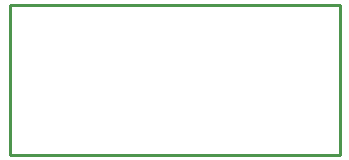
<source format=gko>
G04 EAGLE Gerber RS-274X export*
G75*
%MOMM*%
%FSLAX34Y34*%
%LPD*%
%IN*%
%IPPOS*%
%AMOC8*
5,1,8,0,0,1.08239X$1,22.5*%
G01*
%ADD10C,0.203200*%
%ADD11C,0.254000*%


D10*
X0Y0D02*
X279400Y0D01*
X279400Y127000D01*
X0Y127000D01*
X0Y0D01*
D11*
X0Y0D02*
X279400Y0D01*
X279400Y127000D01*
X0Y127000D01*
X0Y0D01*
M02*

</source>
